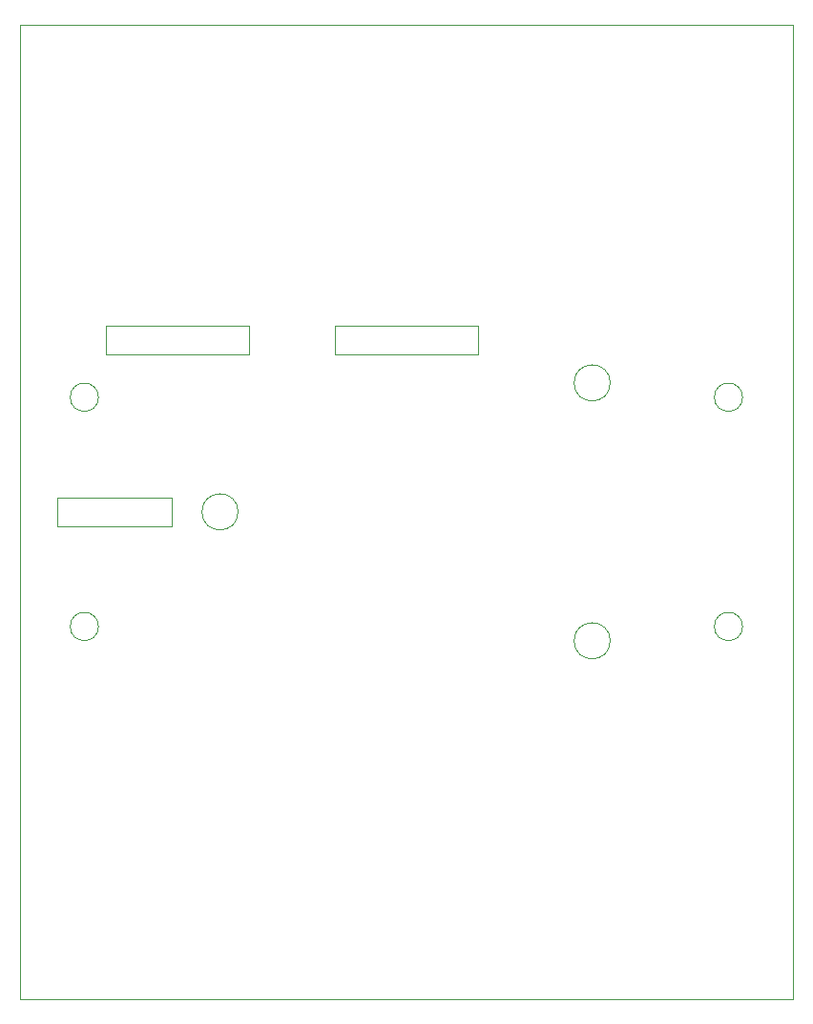
<source format=gm1>
G04 #@! TF.GenerationSoftware,KiCad,Pcbnew,(5.1.4)-1*
G04 #@! TF.CreationDate,2019-12-13T15:42:32+01:00*
G04 #@! TF.ProjectId,e-p-wifi,652d702d-7769-4666-992e-6b696361645f,1.0*
G04 #@! TF.SameCoordinates,Original*
G04 #@! TF.FileFunction,Profile,NP*
%FSLAX46Y46*%
G04 Gerber Fmt 4.6, Leading zero omitted, Abs format (unit mm)*
G04 Created by KiCad (PCBNEW (5.1.4)-1) date 2019-12-13 15:42:32*
%MOMM*%
%LPD*%
G04 APERTURE LIST*
%ADD10C,0.100000*%
G04 APERTURE END LIST*
D10*
X44754600Y-68580000D02*
G75*
G03X44754600Y-68580000I-1600000J0D01*
G01*
X32365000Y-58420000D02*
G75*
G03X32365000Y-58420000I-1250000J0D01*
G01*
X32365000Y-78740000D02*
G75*
G03X32365000Y-78740000I-1250000J0D01*
G01*
X89515000Y-58420000D02*
G75*
G03X89515000Y-58420000I-1250000J0D01*
G01*
X77774600Y-57150000D02*
G75*
G03X77774600Y-57150000I-1600000J0D01*
G01*
X77774600Y-80010000D02*
G75*
G03X77774600Y-80010000I-1600000J0D01*
G01*
X89515000Y-78740000D02*
G75*
G03X89515000Y-78740000I-1250000J0D01*
G01*
X45726000Y-52070000D02*
X45726000Y-54610000D01*
X33026000Y-52070000D02*
X33026000Y-54610000D01*
X33026000Y-52070000D02*
X45726000Y-52070000D01*
X33026000Y-54610000D02*
X45726000Y-54610000D01*
X53340000Y-54610000D02*
X53340000Y-52070000D01*
X66040000Y-52070000D02*
X66040000Y-54610000D01*
X53340000Y-52070000D02*
X66040000Y-52070000D01*
X53340000Y-54610000D02*
X66040000Y-54610000D01*
X28702000Y-69850000D02*
X38862000Y-69850000D01*
X38862000Y-67310000D02*
X28702000Y-67310000D01*
X28702000Y-67310000D02*
X28702000Y-69850000D01*
X25400000Y-111760000D02*
X93980000Y-111760000D01*
X93980000Y-25400000D02*
X93980000Y-111760000D01*
X25400000Y-25400000D02*
X25400000Y-111760000D01*
X38862000Y-67310000D02*
X38862000Y-69850000D01*
X25400000Y-25400000D02*
X93980000Y-25400000D01*
M02*

</source>
